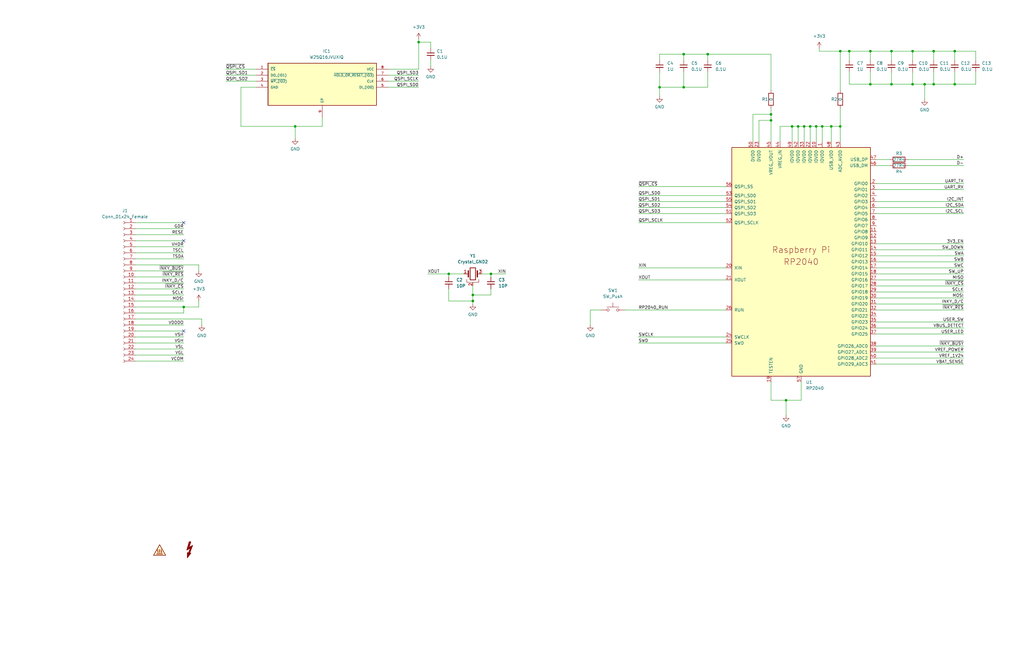
<source format=kicad_sch>
(kicad_sch (version 20211123) (generator eeschema)
  (paper "B")
  (lib_symbols
    (symbol "Connector:Conn_01x24_Female" (pin_names (offset 1.016) hide)
      (property "Reference" "J" (at 0 30.48 0))
      (property "Value" "Conn_01x24_Female" (at 0 -33.02 0))
      (symbol "Conn_01x24_Female_1_1"
        (arc (start 0 -29.972) (mid -0.508 -30.48) (end 0 -30.988) (stroke (width 0.1524)))
        (arc (start 0 -27.432) (mid -0.508 -27.94) (end 0 -28.448) (stroke (width 0.1524)))
        (arc (start 0 -24.892) (mid -0.508 -25.4) (end 0 -25.908) (stroke (width 0.1524)))
        (arc (start 0 -22.352) (mid -0.508 -22.86) (end 0 -23.368) (stroke (width 0.1524)))
        (arc (start 0 -19.812) (mid -0.508 -20.32) (end 0 -20.828) (stroke (width 0.1524)))
        (arc (start 0 -17.272) (mid -0.508 -17.78) (end 0 -18.288) (stroke (width 0.1524)))
        (arc (start 0 -14.732) (mid -0.508 -15.24) (end 0 -15.748) (stroke (width 0.1524)))
        (arc (start 0 -12.192) (mid -0.508 -12.7) (end 0 -13.208) (stroke (width 0.1524)))
        (arc (start 0 -9.652) (mid -0.508 -10.16) (end 0 -10.668) (stroke (width 0.1524)))
        (arc (start 0 -7.112) (mid -0.508 -7.62) (end 0 -8.128) (stroke (width 0.1524)))
        (arc (start 0 -4.572) (mid -0.508 -5.08) (end 0 -5.588) (stroke (width 0.1524)))
        (arc (start 0 -2.032) (mid -0.508 -2.54) (end 0 -3.048) (stroke (width 0.1524)))
        (polyline (pts (xy -1.27 -30.48) (xy -0.508 -30.48)) (stroke (width 0.1524)))
        (polyline (pts (xy -1.27 -27.94) (xy -0.508 -27.94)) (stroke (width 0.1524)))
        (polyline (pts (xy -1.27 -25.4) (xy -0.508 -25.4)) (stroke (width 0.1524)))
        (polyline (pts (xy -1.27 -22.86) (xy -0.508 -22.86)) (stroke (width 0.1524)))
        (polyline (pts (xy -1.27 -20.32) (xy -0.508 -20.32)) (stroke (width 0.1524)))
        (polyline (pts (xy -1.27 -17.78) (xy -0.508 -17.78)) (stroke (width 0.1524)))
        (polyline (pts (xy -1.27 -15.24) (xy -0.508 -15.24)) (stroke (width 0.1524)))
        (polyline (pts (xy -1.27 -12.7) (xy -0.508 -12.7)) (stroke (width 0.1524)))
        (polyline (pts (xy -1.27 -10.16) (xy -0.508 -10.16)) (stroke (width 0.1524)))
        (polyline (pts (xy -1.27 -7.62) (xy -0.508 -7.62)) (stroke (width 0.1524)))
        (polyline (pts (xy -1.27 -5.08) (xy -0.508 -5.08)) (stroke (width 0.1524)))
        (polyline (pts (xy -1.27 -2.54) (xy -0.508 -2.54)) (stroke (width 0.1524)))
        (polyline (pts (xy -1.27 0) (xy -0.508 0)) (stroke (width 0.1524)))
        (polyline (pts (xy -1.27 2.54) (xy -0.508 2.54)) (stroke (width 0.1524)))
        (polyline (pts (xy -1.27 5.08) (xy -0.508 5.08)) (stroke (width 0.1524)))
        (polyline (pts (xy -1.27 7.62) (xy -0.508 7.62)) (stroke (width 0.1524)))
        (polyline (pts (xy -1.27 10.16) (xy -0.508 10.16)) (stroke (width 0.1524)))
        (polyline (pts (xy -1.27 12.7) (xy -0.508 12.7)) (stroke (width 0.1524)))
        (polyline (pts (xy -1.27 15.24) (xy -0.508 15.24)) (stroke (width 0.1524)))
        (polyline (pts (xy -1.27 17.78) (xy -0.508 17.78)) (stroke (width 0.1524)))
        (polyline (pts (xy -1.27 20.32) (xy -0.508 20.32)) (stroke (width 0.1524)))
        (polyline (pts (xy -1.27 22.86) (xy -0.508 22.86)) (stroke (width 0.1524)))
        (polyline (pts (xy -1.27 25.4) (xy -0.508 25.4)) (stroke (width 0.1524)))
        (polyline (pts (xy -1.27 27.94) (xy -0.508 27.94)) (stroke (width 0.1524)))
        (arc (start 0 0.508) (mid -0.508 0) (end 0 -0.508) (stroke (width 0.1524)))
        (arc (start 0 3.048) (mid -0.508 2.54) (end 0 2.032) (stroke (width 0.1524)))
        (arc (start 0 5.588) (mid -0.508 5.08) (end 0 4.572) (stroke (width 0.1524)))
        (arc (start 0 8.128) (mid -0.508 7.62) (end 0 7.112) (stroke (width 0.1524)))
        (arc (start 0 10.668) (mid -0.508 10.16) (end 0 9.652) (stroke (width 0.1524)))
        (arc (start 0 13.208) (mid -0.508 12.7) (end 0 12.192) (stroke (width 0.1524)))
        (arc (start 0 15.748) (mid -0.508 15.24) (end 0 14.732) (stroke (width 0.1524)))
        (arc (start 0 18.288) (mid -0.508 17.78) (end 0 17.272) (stroke (width 0.1524)))
        (arc (start 0 20.828) (mid -0.508 20.32) (end 0 19.812) (stroke (width 0.1524)))
        (arc (start 0 23.368) (mid -0.508 22.86) (end 0 22.352) (stroke (width 0.1524)))
        (arc (start 0 25.908) (mid -0.508 25.4) (end 0 24.892) (stroke (width 0.1524)))
        (arc (start 0 28.448) (mid -0.508 27.94) (end 0 27.432) (stroke (width 0.1524)))
        (pin passive line (at -5.08 27.94 0) (length 3.81) (name "Pin_1") (number "1"))
        (pin passive line (at -5.08 5.08 0) (length 3.81) (name "Pin_10") (number "10"))
        (pin passive line (at -5.08 2.54 0) (length 3.81) (name "Pin_11") (number "11"))
        (pin passive line (at -5.08 0 0) (length 3.81) (name "Pin_12") (number "12"))
        (pin passive line (at -5.08 -2.54 0) (length 3.81) (name "Pin_13") (number "13"))
        (pin passive line (at -5.08 -5.08 0) (length 3.81) (name "Pin_14") (number "14"))
        (pin passive line (at -5.08 -7.62 0) (length 3.81) (name "Pin_15") (number "15"))
        (pin passive line (at -5.08 -10.16 0) (length 3.81) (name "Pin_16") (number "16"))
        (pin passive line (at -5.08 -12.7 0) (length 3.81) (name "Pin_17") (number "17"))
        (pin passive line (at -5.08 -15.24 0) (length 3.81) (name "Pin_18") (number "18"))
        (pin passive line (at -5.08 -17.78 0) (length 3.81) (name "Pin_19") (number "19"))
        (pin passive line (at -5.08 25.4 0) (length 3.81) (name "Pin_2") (number "2"))
        (pin passive line (at -5.08 -20.32 0) (length 3.81) (name "Pin_20") (number "20"))
        (pin passive line (at -5.08 -22.86 0) (length 3.81) (name "Pin_21") (number "21"))
        (pin passive line (at -5.08 -25.4 0) (length 3.81) (name "Pin_22") (number "22"))
        (pin passive line (at -5.08 -27.94 0) (length 3.81) (name "Pin_23") (number "23"))
        (pin passive line (at -5.08 -30.48 0) (length 3.81) (name "Pin_24") (number "24"))
        (pin passive line (at -5.08 22.86 0) (length 3.81) (name "Pin_3") (number "3"))
        (pin passive line (at -5.08 20.32 0) (length 3.81) (name "Pin_4") (number "4"))
        (pin passive line (at -5.08 17.78 0) (length 3.81) (name "Pin_5") (number "5"))
        (pin passive line (at -5.08 15.24 0) (length 3.81) (name "Pin_6") (number "6"))
        (pin passive line (at -5.08 12.7 0) (length 3.81) (name "Pin_7") (number "7"))
        (pin passive line (at -5.08 10.16 0) (length 3.81) (name "Pin_8") (number "8"))
        (pin passive line (at -5.08 7.62 0) (length 3.81) (name "Pin_9") (number "9"))
      )
    )
    (symbol "Device:C_Small" (pin_numbers hide) (pin_names (offset 0.254) hide)
      (property "Reference" "C" (at 0.254 1.778 0))
      (property "Value" "C_Small" (at 0.254 -2.032 0))
      (symbol "C_Small_0_1"
        (polyline (pts (xy -1.524 -0.508) (xy 1.524 -0.508)) (stroke (width 0.3302)))
        (polyline (pts (xy -1.524 0.508) (xy 1.524 0.508)) (stroke (width 0.3048)))
      )
      (symbol "C_Small_1_1"
        (pin passive line (at 0 2.54 270) (length 2.032) (name "~") (number "1"))
        (pin passive line (at 0 -2.54 90) (length 2.032) (name "~") (number "2"))
      )
    )
    (symbol "Device:Crystal_GND2" (pin_names (offset 1.016) hide)
      (property "Reference" "Y" (at 0 5.715 0))
      (property "Value" "Crystal_GND2" (at 0 3.81 0))
      (symbol "Crystal_GND2_0_1"
        (rectangle (start -1.143 2.54) (end 1.143 -2.54) (stroke (width 0.3048)))
        (polyline (pts (xy -2.54 0) (xy -1.905 0)))
        (polyline (pts (xy -1.905 -1.27) (xy -1.905 1.27)) (stroke (width 0.508)))
        (polyline (pts (xy 0 -3.81) (xy 0 -3.556)))
        (polyline (pts (xy 1.905 0) (xy 2.54 0)))
        (polyline (pts (xy 1.905 1.27) (xy 1.905 -1.27)) (stroke (width 0.508)))
        (polyline (pts (xy -2.54 -2.286) (xy -2.54 -3.556) (xy 2.54 -3.556) (xy 2.54 -2.286)))
      )
      (symbol "Crystal_GND2_1_1"
        (pin passive line (at -3.81 0 0) (length 1.27) (name "1") (number "1"))
        (pin passive line (at 0 -5.08 90) (length 1.27) (name "2") (number "2"))
        (pin passive line (at 3.81 0 180) (length 1.27) (name "3") (number "3"))
      )
    )
    (symbol "Device:R" (pin_numbers hide) (pin_names (offset 0))
      (property "Reference" "R" (at 2.032 0 90))
      (property "Value" "R" (at 0 0 90))
      (symbol "R_0_1"
        (rectangle (start -1.016 -2.54) (end 1.016 2.54) (stroke (width 0.254)))
      )
      (symbol "R_1_1"
        (pin passive line (at 0 3.81 270) (length 1.27) (name "~") (number "1"))
        (pin passive line (at 0 -3.81 90) (length 1.27) (name "~") (number "2"))
      )
    )
    (symbol "Graphic:SYM_Flash_Small" (pin_names (offset 1.016))
      (symbol "SYM_Flash_Small_0_1"
        (polyline (pts (xy 0.508 -1.016) (xy -1.016 -0.762) (xy -1.016 -3.048) (xy 0.508 -1.016)) (stroke (width 0.2032)) (fill (type outline)))
        (polyline (pts (xy -0.254 3.81) (xy 0.508 3.81) (xy -0.254 1.524) (xy 1.27 2.286) (xy 0 -1.016) (xy -0.508 -0.762) (xy 0.254 1.016) (xy -1.27 0.254) (xy -0.254 3.81)) (stroke (width 0.2032)) (fill (type outline)))
      )
    )
    (symbol "Graphic:SYM_Hot_Small" (pin_names (offset 1.016) hide)
      (symbol "SYM_Hot_Small_0_1"
        (arc (start -0.762 -1.016) (mid -0.635 -0.635) (end -0.762 -0.254) (stroke (width 0.254)))
        (arc (start -0.762 0.508) (mid -0.889 0.127) (end -0.762 -0.254) (stroke (width 0.254)))
        (arc (start 0 -1.016) (mid 0.127 -0.635) (end 0 -0.254) (stroke (width 0.254)))
        (polyline (pts (xy 1.27 -1.397) (xy -1.27 -1.397)) (stroke (width 0.254)))
        (polyline (pts (xy -2.54 -1.905) (xy 2.54 -1.905) (xy 0 2.54) (xy -2.54 -1.905)) (stroke (width 0.254)) (fill (type background)))
        (arc (start 0 0.508) (mid -0.127 0.127) (end 0 -0.254) (stroke (width 0.254)))
        (arc (start 0.762 -1.016) (mid 0.889 -0.635) (end 0.762 -0.254) (stroke (width 0.254)))
        (arc (start 0.762 0.508) (mid 0.635 0.127) (end 0.762 -0.254) (stroke (width 0.254)))
      )
    )
    (symbol "MCU_RaspberryPi_and_Boards:RP2040" (pin_names (offset 1.016))
      (property "Reference" "U" (at -29.21 49.53 0))
      (property "Value" "RP2040" (at 24.13 -49.53 0))
      (symbol "RP2040_0_0"
        (text "Raspberry Pi" (at 0 5.08 0) (effects (font (size 2.54 2.54))))
        (text "RP2040" (at 0 0 0) (effects (font (size 2.54 2.54))))
      )
      (symbol "RP2040_0_1"
        (rectangle (start 29.21 48.26) (end -29.21 -48.26) (stroke (width 0.254)) (fill (type background)))
      )
      (symbol "RP2040_1_1"
        (pin power_in line (at 8.89 50.8 270) (length 2.54) (name "IOVDD") (number "1"))
        (pin power_in line (at 6.35 50.8 270) (length 2.54) (name "IOVDD") (number "10"))
        (pin bidirectional line (at 31.75 12.7 180) (length 2.54) (name "GPIO8") (number "11"))
        (pin bidirectional line (at 31.75 10.16 180) (length 2.54) (name "GPIO9") (number "12"))
        (pin bidirectional line (at 31.75 7.62 180) (length 2.54) (name "GPIO10") (number "13"))
        (pin bidirectional line (at 31.75 5.08 180) (length 2.54) (name "GPIO11") (number "14"))
        (pin bidirectional line (at 31.75 2.54 180) (length 2.54) (name "GPIO12") (number "15"))
        (pin bidirectional line (at 31.75 0 180) (length 2.54) (name "GPIO13") (number "16"))
        (pin bidirectional line (at 31.75 -2.54 180) (length 2.54) (name "GPIO14") (number "17"))
        (pin bidirectional line (at 31.75 -5.08 180) (length 2.54) (name "GPIO15") (number "18"))
        (pin passive line (at -12.7 -50.8 90) (length 2.54) (name "TESTEN") (number "19"))
        (pin bidirectional line (at 31.75 33.02 180) (length 2.54) (name "GPIO0") (number "2"))
        (pin input line (at -31.75 -2.54 0) (length 2.54) (name "XIN") (number "20"))
        (pin passive line (at -31.75 -7.62 0) (length 2.54) (name "XOUT") (number "21"))
        (pin power_in line (at 3.81 50.8 270) (length 2.54) (name "IOVDD") (number "22"))
        (pin power_in line (at -17.78 50.8 270) (length 2.54) (name "DVDD") (number "23"))
        (pin output line (at -31.75 -31.75 0) (length 2.54) (name "SWCLK") (number "24"))
        (pin bidirectional line (at -31.75 -34.29 0) (length 2.54) (name "SWD") (number "25"))
        (pin input line (at -31.75 -20.32 0) (length 2.54) (name "RUN") (number "26"))
        (pin bidirectional line (at 31.75 -7.62 180) (length 2.54) (name "GPIO16") (number "27"))
        (pin bidirectional line (at 31.75 -10.16 180) (length 2.54) (name "GPIO17") (number "28"))
        (pin bidirectional line (at 31.75 -12.7 180) (length 2.54) (name "GPIO18") (number "29"))
        (pin bidirectional line (at 31.75 30.48 180) (length 2.54) (name "GPIO1") (number "3"))
        (pin bidirectional line (at 31.75 -15.24 180) (length 2.54) (name "GPIO19") (number "30"))
        (pin bidirectional line (at 31.75 -17.78 180) (length 2.54) (name "GPIO20") (number "31"))
        (pin bidirectional line (at 31.75 -20.32 180) (length 2.54) (name "GPIO21") (number "32"))
        (pin power_in line (at 1.27 50.8 270) (length 2.54) (name "IOVDD") (number "33"))
        (pin bidirectional line (at 31.75 -22.86 180) (length 2.54) (name "GPIO22") (number "34"))
        (pin bidirectional line (at 31.75 -25.4 180) (length 2.54) (name "GPIO23") (number "35"))
        (pin bidirectional line (at 31.75 -27.94 180) (length 2.54) (name "GPIO24") (number "36"))
        (pin bidirectional line (at 31.75 -30.48 180) (length 2.54) (name "GPIO25") (number "37"))
        (pin bidirectional line (at 31.75 -35.56 180) (length 2.54) (name "GPIO26_ADC0") (number "38"))
        (pin bidirectional line (at 31.75 -38.1 180) (length 2.54) (name "GPIO27_ADC1") (number "39"))
        (pin bidirectional line (at 31.75 27.94 180) (length 2.54) (name "GPIO2") (number "4"))
        (pin bidirectional line (at 31.75 -40.64 180) (length 2.54) (name "GPIO28_ADC2") (number "40"))
        (pin bidirectional line (at 31.75 -43.18 180) (length 2.54) (name "GPIO29_ADC3") (number "41"))
        (pin power_in line (at -1.27 50.8 270) (length 2.54) (name "IOVDD") (number "42"))
        (pin power_in line (at 16.51 50.8 270) (length 2.54) (name "ADC_AVDD") (number "43"))
        (pin power_in line (at -8.89 50.8 270) (length 2.54) (name "VREG_IN") (number "44"))
        (pin power_out line (at -12.7 50.8 270) (length 2.54) (name "VREG_VOUT") (number "45"))
        (pin bidirectional line (at 31.75 40.64 180) (length 2.54) (name "USB_DM") (number "46"))
        (pin bidirectional line (at 31.75 43.18 180) (length 2.54) (name "USB_DP") (number "47"))
        (pin power_in line (at 12.7 50.8 270) (length 2.54) (name "USB_VDD") (number "48"))
        (pin power_in line (at -3.81 50.8 270) (length 2.54) (name "IOVDD") (number "49"))
        (pin bidirectional line (at 31.75 25.4 180) (length 2.54) (name "GPIO3") (number "5"))
        (pin power_in line (at -20.32 50.8 270) (length 2.54) (name "DVDD") (number "50"))
        (pin bidirectional line (at -31.75 20.32 0) (length 2.54) (name "QSPI_SD3") (number "51"))
        (pin output line (at -31.75 16.51 0) (length 2.54) (name "QSPI_SCLK") (number "52"))
        (pin bidirectional line (at -31.75 27.94 0) (length 2.54) (name "QSPI_SD0") (number "53"))
        (pin bidirectional line (at -31.75 22.86 0) (length 2.54) (name "QSPI_SD2") (number "54"))
        (pin bidirectional line (at -31.75 25.4 0) (length 2.54) (name "QSPI_SD1") (number "55"))
        (pin bidirectional line (at -31.75 31.75 0) (length 2.54) (name "QSPI_SS") (number "56"))
        (pin power_in line (at 0 -50.8 90) (length 2.54) (name "GND") (number "57"))
        (pin bidirectional line (at 31.75 22.86 180) (length 2.54) (name "GPIO4") (number "6"))
        (pin bidirectional line (at 31.75 20.32 180) (length 2.54) (name "GPIO5") (number "7"))
        (pin bidirectional line (at 31.75 17.78 180) (length 2.54) (name "GPIO6") (number "8"))
        (pin bidirectional line (at 31.75 15.24 180) (length 2.54) (name "GPIO7") (number "9"))
      )
    )
    (symbol "Switch:SW_Push" (pin_numbers hide) (pin_names (offset 1.016) hide)
      (property "Reference" "SW" (at 1.27 2.54 0))
      (property "Value" "SW_Push" (at 0 -1.524 0))
      (symbol "SW_Push_0_1"
        (circle (center -2.032 0) (radius 0.508))
        (polyline (pts (xy 0 1.27) (xy 0 3.048)))
        (polyline (pts (xy 2.54 1.27) (xy -2.54 1.27)))
        (circle (center 2.032 0) (radius 0.508))
        (pin passive line (at -5.08 0 0) (length 2.54) (name "1") (number "1"))
        (pin passive line (at 5.08 0 180) (length 2.54) (name "2") (number "2"))
      )
    )
    (symbol "W25Q16JVUXIQ:W25Q16JVUXIQ" (pin_names (offset 1.016))
      (property "Reference" "IC?" (at 29.8069 7.62 0))
      (property "Value" "W25Q16JVUXIQ" (at 29.8069 5.08 0))
      (symbol "W25Q16JVUXIQ_0_0"
        (polyline (pts (xy 5.08 2.54) (xy 5.08 -15.24)) (stroke (width 0.254)))
        (rectangle (start 5.08 -15.24) (end 50.8 2.54) (stroke (width 0.254)) (fill (type background)))
        (pin bidirectional line (at 0 0 0) (length 5.08) (name "~{CS}") (number "1"))
        (pin bidirectional line (at 0 -2.54 0) (length 5.08) (name "DO_(IO1)") (number "2"))
        (pin bidirectional line (at 0 -5.08 0) (length 5.08) (name "~{WP_(IO2})") (number "3"))
        (pin bidirectional line (at 0 -7.62 0) (length 5.08) (name "GND") (number "4"))
        (pin bidirectional line (at 55.88 -7.62 180) (length 5.08) (name "DI_(IO0)") (number "5"))
        (pin bidirectional line (at 55.88 -5.08 180) (length 5.08) (name "CLK") (number "6"))
        (pin bidirectional line (at 55.88 -2.54 180) (length 5.08) (name "~{HOLD_OR_RESET_(IO3})") (number "7"))
        (pin bidirectional line (at 55.88 0 180) (length 5.08) (name "VCC") (number "8"))
        (pin bidirectional line (at 27.94 -20.32 90) (length 5.08) (name "EP") (number "9"))
      )
    )
    (symbol "power:+3V3" (power) (pin_names (offset 0))
      (property "Value" "+3V3" (at 0 3.556 0))
      (symbol "+3V3_0_1"
        (polyline (pts (xy -0.762 1.27) (xy 0 2.54)))
        (polyline (pts (xy 0 0) (xy 0 2.54)))
        (polyline (pts (xy 0 2.54) (xy 0.762 1.27)))
      )
      (symbol "+3V3_1_1"
        (pin power_in line (at 0 0 90) (length 0) hide (name "+3V3") (number "1"))
      )
    )
    (symbol "power:GND" (power) (pin_names (offset 0))
      (property "Value" "GND" (at 0 -3.81 0))
      (symbol "GND_0_1"
        (polyline (pts (xy 0 0) (xy 0 -1.27) (xy 1.27 -1.27) (xy 0 -2.54) (xy -1.27 -1.27) (xy 0 -1.27)))
      )
      (symbol "GND_1_1"
        (pin power_in line (at 0 0 270) (length 0) hide (name "GND") (number "1"))
      )
    )
  )
  (junction (at 278.13 36.83))
  (junction (at 298.45 22.86))
  (junction (at 367.03 21.59))
  (junction (at 354.33 53.34))
  (junction (at 358.14 21.59))
  (junction (at 393.7 21.59))
  (junction (at 367.03 35.56))
  (junction (at 189.23 115.57))
  (junction (at 325.12 48.26))
  (junction (at 288.29 22.86))
  (junction (at 375.92 35.56))
  (junction (at 341.63 53.34))
  (junction (at 346.71 53.34))
  (junction (at 176.53 17.78))
  (junction (at 77.47 129.54))
  (junction (at 334.01 53.34))
  (junction (at 393.7 35.56))
  (junction (at 402.59 21.59))
  (junction (at 288.29 36.83))
  (junction (at 384.81 21.59))
  (junction (at 375.92 21.59))
  (junction (at 199.39 127))
  (junction (at 354.33 21.59))
  (junction (at 199.39 124.46))
  (junction (at 325.12 50.8))
  (junction (at 124.46 53.34))
  (junction (at 350.52 53.34))
  (junction (at 384.81 35.56))
  (junction (at 402.59 35.56))
  (junction (at 207.01 115.57))
  (junction (at 344.17 53.34))
  (junction (at 339.09 53.34))
  (junction (at 389.89 35.56))
  (junction (at 336.55 53.34))
  (junction (at 331.47 168.91))
  (no_connect (at 77.47 139.7))
  (no_connect (at 77.47 101.6))
  (no_connect (at 77.47 93.98))
  (wire (pts (xy 269.24 113.03) (xy 306.07 113.03)))
  (wire (pts (xy 207.01 124.46) (xy 199.39 124.46)))
  (wire (pts (xy 57.15 104.14) (xy 77.47 104.14)))
  (wire (pts (xy 57.15 114.3) (xy 77.47 114.3)))
  (wire (pts (xy 57.15 111.76) (xy 83.82 111.76)))
  (wire (pts (xy 57.15 144.78) (xy 77.47 144.78)))
  (wire (pts (xy 346.71 53.34) (xy 350.52 53.34)))
  (wire (pts (xy 278.13 36.83) (xy 288.29 36.83)))
  (wire (pts (xy 354.33 53.34) (xy 354.33 59.69)))
  (wire (pts (xy 199.39 127) (xy 189.23 127)))
  (wire (pts (xy 269.24 82.55) (xy 306.07 82.55)))
  (wire (pts (xy 369.57 146.05) (xy 406.4 146.05)))
  (wire (pts (xy 298.45 22.86) (xy 325.12 22.86)))
  (wire (pts (xy 367.03 21.59) (xy 358.14 21.59)))
  (wire (pts (xy 269.24 144.78) (xy 306.07 144.78)))
  (wire (pts (xy 57.15 101.6) (xy 77.47 101.6)))
  (wire (pts (xy 331.47 168.91) (xy 331.47 175.26)))
  (wire (pts (xy 358.14 21.59) (xy 358.14 25.4)))
  (wire (pts (xy 375.92 30.48) (xy 375.92 35.56)))
  (wire (pts (xy 181.61 25.4) (xy 181.61 27.94)))
  (wire (pts (xy 350.52 53.34) (xy 350.52 59.69)))
  (wire (pts (xy 320.04 50.8) (xy 325.12 50.8)))
  (wire (pts (xy 278.13 22.86) (xy 278.13 25.4)))
  (wire (pts (xy 358.14 30.48) (xy 358.14 35.56)))
  (wire (pts (xy 124.46 53.34) (xy 135.89 53.34)))
  (wire (pts (xy 253.365 130.81) (xy 248.92 130.81)))
  (wire (pts (xy 389.89 35.56) (xy 393.7 35.56)))
  (wire (pts (xy 317.5 48.26) (xy 325.12 48.26)))
  (wire (pts (xy 367.03 35.56) (xy 375.92 35.56)))
  (wire (pts (xy 57.15 127) (xy 77.47 127)))
  (wire (pts (xy 317.5 59.69) (xy 317.5 48.26)))
  (wire (pts (xy 288.29 22.86) (xy 288.29 25.4)))
  (wire (pts (xy 369.57 115.57) (xy 406.4 115.57)))
  (wire (pts (xy 382.905 69.85) (xy 406.4 69.85)))
  (wire (pts (xy 269.24 78.74) (xy 306.07 78.74)))
  (wire (pts (xy 328.93 59.69) (xy 328.93 53.34)))
  (wire (pts (xy 269.24 142.24) (xy 306.07 142.24)))
  (wire (pts (xy 369.57 148.59) (xy 406.4 148.59)))
  (wire (pts (xy 345.44 21.59) (xy 354.33 21.59)))
  (wire (pts (xy 57.15 149.86) (xy 77.47 149.86)))
  (wire (pts (xy 369.57 120.65) (xy 406.4 120.65)))
  (wire (pts (xy 325.12 161.29) (xy 325.12 168.91)))
  (wire (pts (xy 369.57 105.41) (xy 406.4 105.41)))
  (wire (pts (xy 325.12 50.8) (xy 325.12 48.26)))
  (wire (pts (xy 269.24 85.09) (xy 306.07 85.09)))
  (wire (pts (xy 57.15 99.06) (xy 77.47 99.06)))
  (wire (pts (xy 57.15 93.98) (xy 77.47 93.98)))
  (wire (pts (xy 57.15 139.7) (xy 77.47 139.7)))
  (wire (pts (xy 57.15 116.84) (xy 77.47 116.84)))
  (wire (pts (xy 298.45 22.86) (xy 298.45 25.4)))
  (wire (pts (xy 298.45 30.48) (xy 298.45 36.83)))
  (wire (pts (xy 393.7 21.59) (xy 384.81 21.59)))
  (wire (pts (xy 57.15 119.38) (xy 77.47 119.38)))
  (wire (pts (xy 369.57 90.17) (xy 406.4 90.17)))
  (wire (pts (xy 163.83 34.29) (xy 176.53 34.29)))
  (wire (pts (xy 393.7 35.56) (xy 402.59 35.56)))
  (wire (pts (xy 341.63 53.34) (xy 344.17 53.34)))
  (wire (pts (xy 199.39 127) (xy 199.39 128.27)))
  (wire (pts (xy 339.09 53.34) (xy 341.63 53.34)))
  (wire (pts (xy 124.46 53.34) (xy 124.46 58.42)))
  (wire (pts (xy 334.01 53.34) (xy 334.01 59.69)))
  (wire (pts (xy 107.95 36.83) (xy 101.6 36.83)))
  (wire (pts (xy 344.17 53.34) (xy 344.17 59.69)))
  (wire (pts (xy 189.23 127) (xy 189.23 121.92)))
  (wire (pts (xy 57.15 132.08) (xy 77.47 132.08)))
  (wire (pts (xy 331.47 168.91) (xy 337.82 168.91)))
  (wire (pts (xy 402.59 30.48) (xy 402.59 35.56)))
  (wire (pts (xy 95.25 31.75) (xy 107.95 31.75)))
  (wire (pts (xy 402.59 21.59) (xy 393.7 21.59)))
  (wire (pts (xy 248.92 130.81) (xy 248.92 137.16)))
  (wire (pts (xy 369.57 67.31) (xy 375.285 67.31)))
  (wire (pts (xy 57.15 121.92) (xy 77.47 121.92)))
  (wire (pts (xy 384.81 30.48) (xy 384.81 35.56)))
  (wire (pts (xy 358.14 35.56) (xy 367.03 35.56)))
  (wire (pts (xy 334.01 53.34) (xy 336.55 53.34)))
  (wire (pts (xy 57.15 106.68) (xy 77.47 106.68)))
  (wire (pts (xy 369.57 87.63) (xy 406.4 87.63)))
  (wire (pts (xy 346.71 53.34) (xy 346.71 59.69)))
  (wire (pts (xy 199.39 124.46) (xy 199.39 127)))
  (wire (pts (xy 176.53 16.51) (xy 176.53 17.78)))
  (wire (pts (xy 163.83 31.75) (xy 176.53 31.75)))
  (wire (pts (xy 189.23 116.84) (xy 189.23 115.57)))
  (wire (pts (xy 176.53 17.78) (xy 176.53 29.21)))
  (wire (pts (xy 369.57 125.73) (xy 406.4 125.73)))
  (wire (pts (xy 393.7 21.59) (xy 393.7 25.4)))
  (wire (pts (xy 57.15 96.52) (xy 77.47 96.52)))
  (wire (pts (xy 337.82 168.91) (xy 337.82 161.29)))
  (wire (pts (xy 135.89 53.34) (xy 135.89 49.53)))
  (wire (pts (xy 369.57 123.19) (xy 406.4 123.19)))
  (wire (pts (xy 402.59 35.56) (xy 411.48 35.56)))
  (wire (pts (xy 328.93 53.34) (xy 334.01 53.34)))
  (wire (pts (xy 369.57 80.01) (xy 406.4 80.01)))
  (wire (pts (xy 278.13 30.48) (xy 278.13 36.83)))
  (wire (pts (xy 269.24 118.11) (xy 306.07 118.11)))
  (wire (pts (xy 57.15 109.22) (xy 77.47 109.22)))
  (wire (pts (xy 375.92 21.59) (xy 367.03 21.59)))
  (wire (pts (xy 57.15 137.16) (xy 77.47 137.16)))
  (wire (pts (xy 369.57 151.13) (xy 406.4 151.13)))
  (wire (pts (xy 341.63 53.34) (xy 341.63 59.69)))
  (wire (pts (xy 189.23 115.57) (xy 195.58 115.57)))
  (wire (pts (xy 325.12 168.91) (xy 331.47 168.91)))
  (wire (pts (xy 207.01 115.57) (xy 213.36 115.57)))
  (wire (pts (xy 336.55 53.34) (xy 339.09 53.34)))
  (wire (pts (xy 369.57 69.85) (xy 375.285 69.85)))
  (wire (pts (xy 263.525 130.81) (xy 306.07 130.81)))
  (wire (pts (xy 180.34 115.57) (xy 189.23 115.57)))
  (wire (pts (xy 389.89 35.56) (xy 389.89 41.91)))
  (wire (pts (xy 57.15 129.54) (xy 77.47 129.54)))
  (wire (pts (xy 369.57 135.89) (xy 406.4 135.89)))
  (wire (pts (xy 339.09 53.34) (xy 339.09 59.69)))
  (wire (pts (xy 95.25 34.29) (xy 107.95 34.29)))
  (wire (pts (xy 203.2 115.57) (xy 207.01 115.57)))
  (wire (pts (xy 269.24 87.63) (xy 306.07 87.63)))
  (wire (pts (xy 369.57 128.27) (xy 406.4 128.27)))
  (wire (pts (xy 384.81 21.59) (xy 384.81 25.4)))
  (wire (pts (xy 384.81 35.56) (xy 389.89 35.56)))
  (wire (pts (xy 83.82 127) (xy 83.82 129.54)))
  (wire (pts (xy 402.59 21.59) (xy 402.59 25.4)))
  (wire (pts (xy 393.7 30.48) (xy 393.7 35.56)))
  (wire (pts (xy 375.92 21.59) (xy 375.92 25.4)))
  (wire (pts (xy 77.47 129.54) (xy 83.82 129.54)))
  (wire (pts (xy 176.53 17.78) (xy 181.61 17.78)))
  (wire (pts (xy 57.15 147.32) (xy 77.47 147.32)))
  (wire (pts (xy 207.01 121.92) (xy 207.01 124.46)))
  (wire (pts (xy 369.57 153.67) (xy 406.4 153.67)))
  (wire (pts (xy 411.48 35.56) (xy 411.48 30.48)))
  (wire (pts (xy 298.45 36.83) (xy 288.29 36.83)))
  (wire (pts (xy 367.03 30.48) (xy 367.03 35.56)))
  (wire (pts (xy 369.57 113.03) (xy 406.4 113.03)))
  (wire (pts (xy 325.12 59.69) (xy 325.12 50.8)))
  (wire (pts (xy 163.83 29.21) (xy 176.53 29.21)))
  (wire (pts (xy 181.61 17.78) (xy 181.61 20.32)))
  (wire (pts (xy 336.55 53.34) (xy 336.55 59.69)))
  (wire (pts (xy 101.6 53.34) (xy 124.46 53.34)))
  (wire (pts (xy 354.33 45.72) (xy 354.33 53.34)))
  (wire (pts (xy 207.01 115.57) (xy 207.01 116.84)))
  (wire (pts (xy 375.92 35.56) (xy 384.81 35.56)))
  (wire (pts (xy 411.48 25.4) (xy 411.48 21.59)))
  (wire (pts (xy 369.57 77.47) (xy 406.4 77.47)))
  (wire (pts (xy 369.57 138.43) (xy 406.4 138.43)))
  (wire (pts (xy 101.6 36.83) (xy 101.6 53.34)))
  (wire (pts (xy 325.12 48.26) (xy 325.12 45.72)))
  (wire (pts (xy 384.81 21.59) (xy 375.92 21.59)))
  (wire (pts (xy 345.44 20.32) (xy 345.44 21.59)))
  (wire (pts (xy 325.12 38.1) (xy 325.12 22.86)))
  (wire (pts (xy 411.48 21.59) (xy 402.59 21.59)))
  (wire (pts (xy 369.57 102.87) (xy 406.4 102.87)))
  (wire (pts (xy 369.57 107.95) (xy 406.4 107.95)))
  (wire (pts (xy 320.04 59.69) (xy 320.04 50.8)))
  (wire (pts (xy 369.57 140.97) (xy 406.4 140.97)))
  (wire (pts (xy 369.57 118.11) (xy 406.4 118.11)))
  (wire (pts (xy 358.14 21.59) (xy 354.33 21.59)))
  (wire (pts (xy 269.24 90.17) (xy 306.07 90.17)))
  (wire (pts (xy 83.82 111.76) (xy 83.82 114.3)))
  (wire (pts (xy 77.47 129.54) (xy 77.47 132.08)))
  (wire (pts (xy 354.33 21.59) (xy 354.33 38.1)))
  (wire (pts (xy 288.29 22.86) (xy 298.45 22.86)))
  (wire (pts (xy 269.24 93.98) (xy 306.07 93.98)))
  (wire (pts (xy 163.83 36.83) (xy 176.53 36.83)))
  (wire (pts (xy 85.09 134.62) (xy 57.15 134.62)))
  (wire (pts (xy 350.52 53.34) (xy 354.33 53.34)))
  (wire (pts (xy 278.13 22.86) (xy 288.29 22.86)))
  (wire (pts (xy 367.03 21.59) (xy 367.03 25.4)))
  (wire (pts (xy 288.29 30.48) (xy 288.29 36.83)))
  (wire (pts (xy 57.15 152.4) (xy 77.47 152.4)))
  (wire (pts (xy 57.15 142.24) (xy 77.47 142.24)))
  (wire (pts (xy 199.39 120.65) (xy 199.39 124.46)))
  (wire (pts (xy 95.25 29.21) (xy 107.95 29.21)))
  (wire (pts (xy 382.905 67.31) (xy 406.4 67.31)))
  (wire (pts (xy 369.57 130.81) (xy 406.4 130.81)))
  (wire (pts (xy 57.15 124.46) (xy 77.47 124.46)))
  (wire (pts (xy 85.09 137.16) (xy 85.09 134.62)))
  (wire (pts (xy 369.57 110.49) (xy 406.4 110.49)))
  (wire (pts (xy 278.13 36.83) (xy 278.13 40.64)))
  (wire (pts (xy 344.17 53.34) (xy 346.71 53.34)))
  (wire (pts (xy 369.57 85.09) (xy 406.4 85.09)))
  (label "MOSI" (at 77.47 127 180))
  (label "SWB" (at 406.4 110.49 180))
  (label "QSPI_SD3" (at 176.53 31.75 180))
  (label "QSPI_SD1" (at 95.25 31.75 0))
  (label "I2C_SDA" (at 406.4 87.63 180))
  (label "INKY_D{slash}C" (at 406.4 128.27 180))
  (label "RESE" (at 77.47 99.06 180))
  (label "SCLK" (at 77.47 124.46 180))
  (label "SCLK" (at 406.4 123.19 180))
  (label "~{INKY_BUSY}" (at 77.47 114.3 180))
  (label "USER_LED" (at 406.4 140.97 180))
  (label "INKY_D{slash}C" (at 77.47 119.38 180))
  (label "XOUT" (at 269.24 118.11 0))
  (label "~{QSPI_CS}" (at 269.24 78.74 0))
  (label "~{INKY_CS}" (at 406.4 120.65 180))
  (label "D+" (at 406.4 67.31 180))
  (label "QSPI_SD0" (at 269.24 82.55 0))
  (label "QSPI_SD0" (at 176.53 36.83 180))
  (label "TSDA" (at 77.47 109.22 180))
  (label "3V3_EN" (at 406.4 102.87 180))
  (label "QSPI_SCLK" (at 176.53 34.29 180))
  (label "SWC" (at 406.4 113.03 180))
  (label "QSPI_SCLK" (at 269.24 93.98 0))
  (label "VHDR" (at 77.47 104.14 180))
  (label "TSCL" (at 77.47 106.68 180))
  (label "VREF_1V24" (at 406.4 151.13 180))
  (label "VCOM" (at 77.47 152.4 180))
  (label "USER_SW" (at 406.4 135.89 180))
  (label "QSPI_SD3" (at 269.24 90.17 0))
  (label "~{INKY_CS}" (at 77.47 121.92 180))
  (label "RP2040_RUN" (at 269.24 130.81 0))
  (label "SWD" (at 269.24 144.78 0))
  (label "~{QSPI_CS}" (at 95.25 29.21 0))
  (label "SW_UP" (at 406.4 115.57 180))
  (label "UART_TX" (at 406.4 77.47 180))
  (label "VREF_POWER" (at 406.4 148.59 180))
  (label "VDDDO" (at 77.47 137.16 180))
  (label "SWCLK" (at 269.24 142.24 0))
  (label "VGH" (at 77.47 144.78 180))
  (label "UART_RX" (at 406.4 80.01 180))
  (label "XIN" (at 213.36 115.57 180))
  (label "~{INKY_RES}" (at 406.4 130.81 180))
  (label "SW_DOWN" (at 406.4 105.41 180))
  (label "QSPI_SD2" (at 269.24 87.63 0))
  (label "VBAT_SENSE" (at 406.4 153.67 180))
  (label "D-" (at 406.4 69.85 180))
  (label "~{INKY_RES}" (at 77.47 116.84 180))
  (label "VSH" (at 77.47 142.24 180))
  (label "VGL" (at 77.47 149.86 180))
  (label "I2C_INT" (at 406.4 85.09 180))
  (label "SWA" (at 406.4 107.95 180))
  (label "VSL" (at 77.47 147.32 180))
  (label "MOSI" (at 406.4 125.73 180))
  (label "VBUS_DETECT" (at 406.4 138.43 180))
  (label "~{INKY_BUSY}" (at 406.4 146.05 180))
  (label "I2C_SCL" (at 406.4 90.17 180))
  (label "MISO" (at 406.4 118.11 180))
  (label "XIN" (at 269.24 113.03 0))
  (label "XOUT" (at 180.34 115.57 0))
  (label "QSPI_SD2" (at 95.25 34.29 0))
  (label "QSPI_SD1" (at 269.24 85.09 0))
  (label "GDR" (at 77.47 96.52 180))
  (symbol (lib_id "Device:C_Small") (at 375.92 27.94 0) (unit 1)
    (property "Reference" "C9" (at 378.46 26.67 0) (effects (justify left)))
    (property "Value" "0.1U" (at 378.46 29.21 0) (effects (justify left)))
  )
  (symbol (lib_id "Device:C_Small") (at 367.03 27.94 0) (unit 1)
    (property "Reference" "C8" (at 369.57 26.67 0) (effects (justify left)))
    (property "Value" "0.1U" (at 369.57 29.21 0) (effects (justify left)))
  )
  (symbol (lib_id "power:GND") (at 248.92 137.16 0) (unit 1)
    (property "Reference" "#PWR0105" (effects hide))
    (property "Value" "GND" (at 248.92 141.605 0))
  )
  (symbol (lib_id "Device:R") (at 379.095 67.31 90) (unit 1)
    (property "Reference" "R3" (at 379.095 64.77 90))
    (property "Value" "27R4" (at 379.095 67.31 90))
  )
  (symbol (lib_id "Switch:SW_Push") (at 258.445 130.81 0) (unit 1)
    (property "Reference" "SW1" (at 258.445 122.555 0))
    (property "Value" "SW_Push" (at 258.445 125.095 0))
  )
  (symbol (lib_id "Graphic:SYM_Hot_Small") (at 67.31 232.41 0) (unit 1)
    (property "Reference" "#SYM1" (effects hide))
    (property "Value" "SYM_Hot_Small" (effects hide))
    (property "Footprint" "ostentus:Aludel-Lower-5x5-soldermask" (effects hide))
  )
  (symbol (lib_id "Device:C_Small") (at 358.14 27.94 0) (unit 1)
    (property "Reference" "C7" (at 361.315 26.6762 0) (effects (justify left)))
    (property "Value" "1U" (at 361.315 29.2162 0) (effects (justify left)))
  )
  (symbol (lib_id "W25Q16JVUXIQ:W25Q16JVUXIQ") (at 107.95 29.21 0) (unit 1)
    (property "Reference" "IC1" (at 137.7569 21.59 0))
    (property "Value" "W25Q16JVUXIQ" (at 137.7569 24.13 0))
    (property "Footprint" "SON50P300X200X60-9N" (effects hide))
    (property "MANUFACTURER_NAME" "Winbond" (effects hide))
    (property "DESCRIPTION" "SPIFLASH, 3V, 16M-BIT, 4KB UNIFO" (effects hide))
    (property "MANUFACTURER_PART_NUMBER" "W25Q16JVUXIQ" (effects hide))
    (property "HEIGHT" "0.6mm" (effects hide))
  )
  (symbol (lib_id "power:+3V3") (at 345.44 20.32 0) (unit 1)
    (property "Reference" "#PWR0103" (effects hide))
    (property "Value" "+3V3" (at 345.44 15.24 0))
  )
  (symbol (lib_id "power:GND") (at 278.13 40.64 0) (unit 1)
    (property "Reference" "#PWR0102" (effects hide))
    (property "Value" "GND" (at 278.13 45.085 0))
  )
  (symbol (lib_id "power:GND") (at 124.46 58.42 0) (unit 1)
    (property "Reference" "#PWR0110" (effects hide))
    (property "Value" "GND" (at 124.46 62.865 0))
  )
  (symbol (lib_id "Device:C_Small") (at 189.23 119.38 0) (unit 1)
    (property "Reference" "C2" (at 192.405 118.1162 0) (effects (justify left)))
    (property "Value" "10P" (at 192.405 120.6562 0) (effects (justify left)))
  )
  (symbol (lib_id "Device:Crystal_GND2") (at 199.39 115.57 0) (unit 1)
    (property "Reference" "Y1" (at 199.39 107.95 0))
    (property "Value" "Crystal_GND2" (at 199.39 110.49 0))
  )
  (symbol (lib_id "Graphic:SYM_Flash_Small") (at 80.01 232.41 0) (unit 1)
    (property "Reference" "#SYM2" (effects hide))
    (property "Value" "SYM_Flash_Small" (effects hide))
    (property "Footprint" "ostentus:power-5mm-1000dpi" (effects hide))
  )
  (symbol (lib_id "Device:C_Small") (at 402.59 27.94 0) (unit 1)
    (property "Reference" "C12" (at 405.13 26.67 0) (effects (justify left)))
    (property "Value" "0.1U" (at 405.13 29.21 0) (effects (justify left)))
  )
  (symbol (lib_id "power:GND") (at 85.09 137.16 0) (unit 1)
    (property "Reference" "#PWR0107" (effects hide))
    (property "Value" "GND" (at 85.09 141.605 0))
  )
  (symbol (lib_id "power:GND") (at 83.82 114.3 0) (unit 1)
    (property "Reference" "#PWR0108" (effects hide))
    (property "Value" "GND" (at 83.82 118.745 0))
  )
  (symbol (lib_id "Device:C_Small") (at 411.48 27.94 0) (unit 1)
    (property "Reference" "C13" (at 414.02 26.67 0) (effects (justify left)))
    (property "Value" "0.1U" (at 414.02 29.21 0) (effects (justify left)))
  )
  (symbol (lib_id "Device:C_Small") (at 207.01 119.38 0) (unit 1)
    (property "Reference" "C3" (at 210.185 118.1162 0) (effects (justify left)))
    (property "Value" "10P" (at 210.185 120.6562 0) (effects (justify left)))
  )
  (symbol (lib_id "power:GND") (at 199.39 128.27 0) (unit 1)
    (property "Reference" "#PWR0106" (effects hide))
    (property "Value" "GND" (at 199.39 132.715 0))
  )
  (symbol (lib_id "Device:C_Small") (at 288.29 27.94 0) (unit 1)
    (property "Reference" "C5" (at 291.465 26.6762 0) (effects (justify left)))
    (property "Value" "0.1U" (at 291.465 29.2162 0) (effects (justify left)))
  )
  (symbol (lib_id "power:GND") (at 181.61 27.94 0) (unit 1)
    (property "Reference" "#PWR0111" (effects hide))
    (property "Value" "GND" (at 181.61 32.385 0))
  )
  (symbol (lib_id "Device:C_Small") (at 384.81 27.94 0) (unit 1)
    (property "Reference" "C10" (at 387.35 26.67 0) (effects (justify left)))
    (property "Value" "0.1U" (at 387.35 29.21 0) (effects (justify left)))
  )
  (symbol (lib_id "Connector:Conn_01x24_Female") (at 52.07 121.92 0) (mirror y) (unit 1)
    (property "Reference" "J1" (at 52.705 88.9 0))
    (property "Value" "Conn_01x24_Female" (at 52.705 91.44 0))
  )
  (symbol (lib_id "power:+3V3") (at 176.53 16.51 0) (unit 1)
    (property "Reference" "#PWR0112" (effects hide))
    (property "Value" "+3V3" (at 176.53 11.43 0))
  )
  (symbol (lib_id "Device:C_Small") (at 278.13 27.94 0) (unit 1)
    (property "Reference" "C4" (at 281.305 26.6762 0) (effects (justify left)))
    (property "Value" "1U" (at 281.305 29.2162 0) (effects (justify left)))
  )
  (symbol (lib_id "Device:R") (at 354.33 41.91 180) (unit 1)
    (property "Reference" "R2" (at 351.79 41.91 0))
    (property "Value" "0" (at 354.33 41.91 90))
  )
  (symbol (lib_id "Device:C_Small") (at 298.45 27.94 0) (unit 1)
    (property "Reference" "C6" (at 301.625 26.6762 0) (effects (justify left)))
    (property "Value" "0.1U" (at 301.625 29.2162 0) (effects (justify left)))
  )
  (symbol (lib_id "Device:R") (at 325.12 41.91 180) (unit 1)
    (property "Reference" "R1" (at 322.58 41.91 0))
    (property "Value" "0" (at 325.12 41.91 90))
  )
  (symbol (lib_id "Device:R") (at 379.095 69.85 270) (mirror x) (unit 1)
    (property "Reference" "R4" (at 379.095 72.39 90))
    (property "Value" "27R4" (at 379.095 69.85 90))
  )
  (symbol (lib_id "power:GND") (at 331.47 175.26 0) (unit 1)
    (property "Reference" "#PWR0104" (effects hide))
    (property "Value" "GND" (at 331.47 179.705 0))
  )
  (symbol (lib_id "Device:C_Small") (at 181.61 22.86 0) (unit 1)
    (property "Reference" "C1" (at 184.15 21.59 0) (effects (justify left)))
    (property "Value" "0.1U" (at 184.15 24.13 0) (effects (justify left)))
  )
  (symbol (lib_id "power:GND") (at 389.89 41.91 0) (unit 1)
    (property "Reference" "#PWR0101" (effects hide))
    (property "Value" "GND" (at 389.89 46.355 0))
  )
  (symbol (lib_id "MCU_RaspberryPi_and_Boards:RP2040") (at 337.82 110.49 0) (unit 1)
    (property "Reference" "U1" (at 339.8394 161.29 0) (effects (justify left)))
    (property "Value" "RP2040" (at 339.8394 163.83 0) (effects (justify left)))
    (property "Footprint" "ostentus:RP2040-QFN-56" (effects hide))
    (property "MPN1" "SC0914(7)" (effects hide))
    (property "Vendor1" "Raspberry Pi" (effects hide))
    (property "Link1" "https://www.digikey.com/en/products/detail/raspberry-pi/SC0914-7/14306009" (effects hide))
  )
  (symbol (lib_id "power:+3V3") (at 83.82 127 0) (unit 1)
    (property "Reference" "#PWR0109" (effects hide))
    (property "Value" "+3V3" (at 83.82 121.92 0))
  )
  (symbol (lib_id "Device:C_Small") (at 393.7 27.94 0) (unit 1)
    (property "Reference" "C11" (at 396.24 26.67 0) (effects (justify left)))
    (property "Value" "0.1U" (at 396.24 29.21 0) (effects (justify left)))
  )
)
</source>
